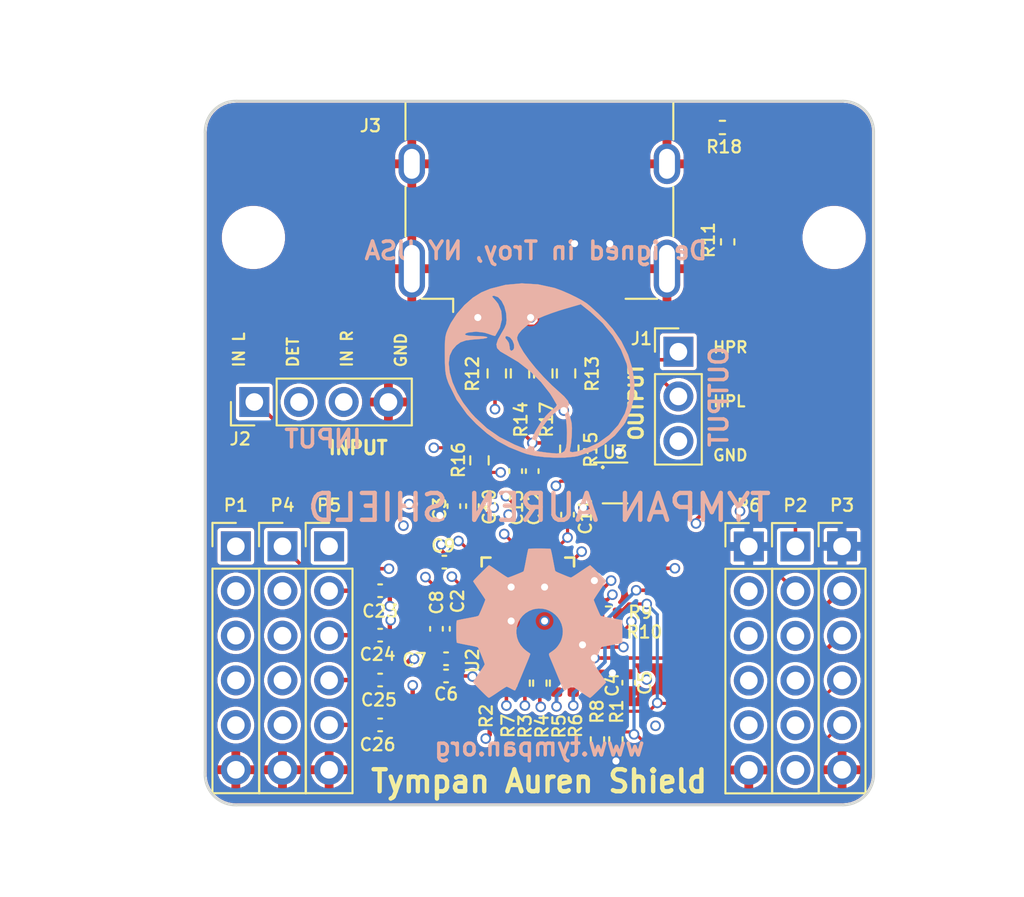
<source format=kicad_pcb>
(kicad_pcb (version 20241229) (generator "pcbnew") (generator_version "9.0")
  (title_block (title "Tympan Rev D") (date "3/19/18") (company "Solutiosn Design & Prototyping, LLC"))
  (layers (0 "F.Cu" signal) (4 "In1.Cu" power) (6 "In2.Cu" mixed) (2 "B.Cu" signal) (13 "F.Paste" user) (15 "B.Paste" user) (5 "F.SilkS" user "F.Silkscreen") (7 "B.SilkS" user "B.Silkscreen") (1 "F.Mask" user) (3 "B.Mask" user) (25 "Edge.Cuts" user))
  (net 0 "")
  (net 1 "GND")
  (net 2 "Net-(U2-FLY_P)")
  (net 3 "Net-(U2-FLY_N)")
  (net 4 "+3.3V")
  (net 5 "+1V8")
  (net 6 "Net-(U2-VNEG)")
  (net 7 "Net-(U2-REF)")
  (net 8 "/MICDET")
  (net 9 "/BCLK")
  (net 10 "/MCLK")
  (net 11 "/WCLK")
  (net 12 "Net-(P5-Pin_2)")
  (net 13 "Net-(P5-Pin_3)")
  (net 14 "Net-(P5-Pin_4)")
  (net 15 "Net-(P5-Pin_5)")
  (net 16 "Net-(U2-RESET)")
  (net 17 "Net-(U2-BCLK)")
  (net 18 "/MICBIAS")
  (net 19 "Net-(U2-WCLK)")
  (net 20 "Net-(U2-DIN{slash}MFP1)")
  (net 21 "Net-(U2-DOUT{slash}MFP2)")
  (net 22 "Net-(U2-MCLK)")
  (net 23 "Net-(U2-SDA{slash}MOSI)")
  (net 24 "/SS_2")
  (net 25 "/SCK_2")
  (net 26 "/MISO_2")
  (net 27 "/MOSI_2")
  (net 28 "Net-(U2-SCL{slash}SS)")
  (net 29 "Net-(U2-HPL)")
  (net 30 "/nRESET_1")
  (net 31 "/DIN_1")
  (net 32 "/DOUT_1")
  (net 33 "/SDA2")
  (net 34 "/SCL2")
  (net 35 "/M_BIAS_1")
  (net 36 "/IN2_L_1")
  (net 37 "/IN2_R_1")
  (net 38 "/IN1_R_1")
  (net 39 "/IN1_L_1")
  (net 40 "/LOL_1")
  (net 41 "/LOR_1")
  (net 42 "/LOR")
  (net 43 "/LOL")
  (net 44 "/IN1_L")
  (net 45 "/IN1_R")
  (net 46 "/PDM_DAT")
  (net 47 "/PDM_CLK")
  (net 48 "/PDM_CLK1")
  (net 49 "/PDM_DAT1")
  (net 50 "/IN3_L")
  (net 51 "/IN3_R")
  (net 52 "/HPL_1")
  (net 53 "/HPR_1")
  (net 54 "Net-(U2-HPR)")
  (net 55 "Net-(U3-O{slash}I)")
  (net 57 "/TP_2")
  (net 58 "/TP_1")
  (net 59 "Net-(J3-Pin_4)")
  (net 60 "Net-(J3-Pin_10)")
  (net 61 "Net-(J2-Pin_1)")
  (net 62 "Net-(J2-Pin_3)")
  (footprint "Resistor_SMD:R_0603_1608Metric" (layer "F.Cu") (at 135.3662 61.9558 90)
    (property "Reference" "R13")
    (property "Value" "0")
  )
  (footprint "Resistor_SMD:R_0603_1608Metric" (layer "F.Cu") (at 135.551 66.287 90)
    (property "Reference" "R15")
    (property "Value" "2.2K")
  )
  (footprint "Resistor_SMD:R_0603_1608Metric" (layer "F.Cu") (at 130.4456 66.8966 90)
    (property "Reference" "R16")
    (property "Value" "2.2K")
  )
  (footprint "Resistor_SMD:R_0603_1608Metric" (layer "F.Cu") (at 134.070801 61.9558 -90)
    (property "Reference" "R17")
    (property "Value" "DNP")
  )
  (footprint "Housings_DFN_QFN:UQFN-40-1EP_5x5mm_Pitch0.4mm" (layer "F.Cu") (at 133.1946 75.047 90)
    (property "Reference" "U2")
    (property "Value" "TLV320AIC3206IRSBT")
  )
  (footprint "Capacitor_SMD:C_0402_1005Metric" (layer "F.Cu") (at 129.1179 76.4694 -90)
    (property "Reference" "C2")
    (property "Value" "2.2uF")
  )
  (footprint "Capacitor_SMD:C_0402_1005Metric" (layer "F.Cu") (at 128.9909 69.4971 -90)
    (property "Reference" "C3")
    (property "Value" "0.1uF")
  )
  (footprint "Capacitor_SMD:C_0402_1005Metric" (layer "F.Cu") (at 137 79.53 90)
    (property "Reference" "C4")
    (property "Value" "10uF")
  )
  (footprint "Capacitor_SMD:C_0402_1005Metric" (layer "F.Cu") (at 138.925 79.53 90)
    (property "Reference" "C5")
    (property "Value" "0.1uF")
  )
  (footprint "Capacitor_SMD:C_0402_1005Metric" (layer "F.Cu") (at 128.5464 79.1491 180)
    (property "Reference" "C6")
    (property "Value" "10uF")
  )
  (footprint "Capacitor_SMD:C_0402_1005Metric" (layer "F.Cu") (at 128.5464 78.1712 180)
    (property "Reference" "C7")
    (property "Value" "0.1uF")
  )
  (footprint "Capacitor_SMD:C_0402_1005Metric" (layer "F.Cu") (at 128.0003 76.4694 -90)
    (property "Reference" "C8")
    (property "Value" "2.2uF")
  )
  (footprint "Capacitor_SMD:C_0402_1005Metric" (layer "F.Cu") (at 128.45 72.68 180)
    (property "Reference" "C9")
    (property "Value" "1uF")
  )
  (footprint "Capacitor_SMD:C_0402_1005Metric" (layer "F.Cu") (at 130.045 69.4971 90)
    (property "Reference" "C10")
    (property "Value" "0.1uF")
  )
  (footprint "Capacitor_SMD:C_0402_1005Metric" (layer "F.Cu") (at 135.45 69.98 -90)
    (property "Reference" "C11")
    (property "Value" "10uF")
  )
  (footprint "Capacitor_SMD:C_0402_1005Metric" (layer "F.Cu") (at 133.4428 67.5062 90)
    (property "Reference" "C12")
    (property "Value" "0.1uF")
  )
  (footprint "Capacitor_SMD:C_0402_1005Metric" (layer "F.Cu") (at 132.503 67.5062 90)
    (property "Reference" "C13")
    (property "Value" "0.1uF")
  )
  (footprint "Capacitor_SMD:C_0402_1005Metric" (layer "F.Cu") (at 124.8 76.83 180)
    (property "Reference" "C24")
    (property "Value" "2.2uF")
  )
  (footprint "Capacitor_SMD:C_0402_1005Metric" (layer "F.Cu") (at 124.8 79.38 180)
    (property "Reference" "C25")
    (property "Value" "2.2uF")
  )
  (footprint "Capacitor_SMD:C_0402_1005Metric" (layer "F.Cu") (at 124.8 81.93 180)
    (property "Reference" "C26")
    (property "Value" "2.2uF")
  )
  (footprint "Capacitor_SMD:C_0402_1005Metric" (layer "F.Cu") (at 124.8 74.305 180)
    (property "Reference" "C23")
    (property "Value" "2.2uF")
  )
  (footprint "Resistor_SMD:R_0402_1005Metric" (layer "F.Cu") (at 131.025 79.555 90)
    (property "Reference" "R2")
    (property "Value" "33R")
  )
  (footprint "Resistor_SMD:R_0402_1005Metric" (layer "F.Cu") (at 133.875 79.555 90)
    (property "Reference" "R4")
    (property "Value" "33R")
  )
  (footprint "Resistor_SMD:R_0402_1005Metric" (layer "F.Cu") (at 134.825 79.555 90)
    (property "Reference" "R5")
    (property "Value" "33R")
  )
  (footprint "Resistor_SMD:R_0402_1005Metric" (layer "F.Cu") (at 135.775 79.555 90)
    (property "Reference" "R6")
    (property "Value" "33R")
  )
  (footprint "Resistor_SMD:R_0402_1005Metric" (layer "F.Cu") (at 131.975 79.555 90)
    (property "Reference" "R7")
    (property "Value" "33R")
  )
  (footprint "Resistor_SMD:R_0402_1005Metric" (layer "F.Cu") (at 137.7793 75.58 180)
    (property "Reference" "R9")
    (property "Value" "33R")
  )
  (footprint "Resistor_SMD:R_0402_1005Metric" (layer "F.Cu") (at 137.7793 76.5329 180)
    (property "Reference" "R10")
    (property "Value" "33R")
  )
  (footprint "Resistor_SMD:R_0402_1005Metric" (layer "F.Cu") (at 132.925 79.555 90)
    (property "Reference" "R3")
    (property "Value" "33R")
  )
  (footprint "Resistor_SMD:R_0402_1005Metric" (layer "F.Cu") (at 137.15 82.78 -90)
    (property "Reference" "R1")
    (property "Value" "4K7")
  )
  (footprint "Resistor_SMD:R_0402_1005Metric" (layer "F.Cu") (at 138.2 82.78 90)
    (property "Reference" "R8")
    (property "Value" "4K7")
  )
  (footprint "Pin_Headers:Pin_Header_Straight_1x06_Pitch2.54mm" (layer "F.Cu") (at 145.75 71.79)
    (property "Reference" "P6")
    (property "Value" "CONN_01X06")
  )
  (footprint "Pin_Headers:Pin_Header_Straight_1x06_Pitch2.54mm" (layer "F.Cu") (at 148.4 71.79)
    (property "Reference" "P2")
    (property "Value" "CONN_01X06")
  )
  (footprint "Pin_Headers:Pin_Header_Straight_1x06_Pitch2.54mm" (layer "F.Cu") (at 116.6 71.78)
    (property "Reference" "P1")
    (property "Value" "CONN_01X06")
  )
  (footprint "Pin_Headers:Pin_Header_Straight_1x06_Pitch2.54mm" (layer "F.Cu") (at 119.25 71.78)
    (property "Reference" "P4")
    (property "Value" "CONN_01X06")
  )
  (footprint "Pin_Headers:Pin_Header_Straight_1x06_Pitch2.54mm" (layer "F.Cu") (at 121.9 71.78)
    (property "Reference" "P5")
    (property "Value" "CONN_01X06")
  )
  (footprint "Pin_Headers:Pin_Header_Straight_1x06_Pitch2.54mm" (layer "F.Cu") (at 151.05 71.78)
    (property "Reference" "P3")
    (property "Value" "CONN_01X06")
  )
  (footprint "Package_TO_SOT_SMD:SOT-353_SC-70-5" (layer "F.Cu") (at 138.15 68.18)
    (property "Reference" "U3")
    (property "Value" "74LVC1G66")
  )
  (footprint "Resistor_SMD:R_0603_1608Metric" (layer "F.Cu") (at 131.429199 61.9558 90)
    (property "Reference" "R12")
    (property "Value" "0")
  )
  (footprint "Resistor_SMD:R_0603_1608Metric" (layer "F.Cu") (at 132.75 61.9558 -90)
    (property "Reference" "R14")
    (property "Value" "DNP")
  )
  (footprint "MountingHole:MountingHole_3.2mm_M3" (layer "F.Cu") (at 150.6 54.23)
    (property "Reference" "J5" (hide yes))
    (property "Value" "Conn_01x01")
  )
  (footprint "MountingHole:MountingHole_3.2mm_M3" (layer "F.Cu") (at 117.6 54.23)
    (property "Reference" "J6" (hide yes))
    (property "Value" "Conn_01x01")
  )
  (footprint "Connector_PinHeader_2.54mm:PinHeader_1x03_P2.54mm_Vertical" (layer "F.Cu") (at 141.7486 60.7244)
    (property "Reference" "J1")
    (property "Value" "Headphone Out")
  )
  (footprint "Connector_PinHeader_2.54mm:PinHeader_1x04_P2.54mm_Vertical" (layer "F.Cu") (at 117.65 63.58 90)
    (property "Reference" "J2")
    (property "Value" "MIC In")
  )
  (footprint "Resistor_SMD:R_0402_1005Metric" (layer "F.Cu") (at 144.25 47.98)
    (property "Reference" "R18")
    (property "Value" "33R")
  )
  (footprint "Connector_Video:HDMI_A_Molex_208658-1001_Horizontal" (layer "F.Cu") (at 133.85 53.48 90)
    (property "Reference" "J3")
    (property "Value" "HDMI_A_Molex_208658-1001")
  )
  (footprint "Resistor_SMD:R_0402_1005Metric" (layer "F.Cu") (at 144.55 54.48 -90)
    (property "Reference" "R11")
    (property "Value" "33R")
  )
  (footprint "Graphics:oshwa-logo-gear" (layer "B.Cu") (at 133.85 76.18 180)
    (property "Reference" "G***" (hide yes))
    (property "Value" "LOGO" (hide yes))
  )
  (footprint "Graphics:Tympan_LOGO" (layer "B.Cu") (at 133.85 61.78 180)
    (property "Reference" "G***" (hide yes))
    (property "Value" "LOGO" (hide yes))
  )
  (gr_arc (start 152.85 84.73) (mid 152.337437 85.967437) (end 151.1 86.48) (stroke (width 0.15)) (layer "Edge.Cuts"))
  (gr_arc (start 151.1 46.48) (mid 152.337437 46.992563) (end 152.85 48.23) (stroke (width 0.15)) (layer "Edge.Cuts"))
  (gr_arc (start 114.85 48.255007) (mid 115.371464 46.983251) (end 116.650536 46.48) (stroke (width 0.15)) (layer "Edge.Cuts"))
  (gr_line (start 152.85 84.73) (end 152.849285 48.28) (stroke (width 0.15)) (layer "Edge.Cuts"))
  (gr_line (start 151.1 46.48) (end 116.652788 46.48) (stroke (width 0.15)) (layer "Edge.Cuts"))
  (gr_line (start 116.65 86.48) (end 151.1 86.48) (stroke (width 0.15)) (layer "Edge.Cuts"))
  (gr_line (start 114.849958 48.251821) (end 114.85 84.605) (stroke (width 0.15)) (layer "Edge.Cuts"))
  (gr_arc (start 116.650106 86.483743) (mid 115.333182 85.943794) (end 114.85 84.605) (stroke (width 0.15)) (layer "Edge.Cuts"))
  (gr_text "INPUT" (at 123.55 66.18 0) (layer "F.SilkS") (effects (font (size 0.762 0.762) (thickness 0.1778))))
  (gr_text "." (at 130.75 77.88 0) (layer "F.SilkS") (effects (font (size 0.635 0.635) (thickness 0.127))))
  (gr_text "OUTPUT" (at 139.35 63.58 90) (layer "F.SilkS") (effects (font (size 0.762 0.762) (thickness 0.1778))))
  (gr_text "." (at 137.45 66.88 0) (layer "F.SilkS") (effects (font (size 1 1) (thickness 0.127))))
  (gr_text "HPR\n\n\nHPL\n\n\nGND" (at 143.65 66.98 0) (layer "F.SilkS") (effects (font (size 0.635 0.635) (thickness 0.127) (bold yes)) (justify left bottom)))
  (gr_text "Tympan Auren Shield" (at 124.15 85.1338 0) (layer "F.SilkS") (effects (font (size 1.25 1.2) (thickness 0.25)) (justify left)))
  (gr_text "IN L\n\n\nDET\n\n\nIN R\n\n\nGND" (at 126.35 61.68 90) (layer "F.SilkS") (effects (font (size 0.635 0.635) (thickness 0.127) (bold yes)) (justify left bottom)))
  (gr_text "www.tympan.org" (at 133.85 83.18 0) (layer "B.SilkS") (effects (font (size 1 1) (thickness 0.2)) (justify mirror)))
  (gr_text "Designed in Troy, NY USA" (at 133.65 54.98 0) (layer "B.SilkS") (effects (font (size 1 1) (thickness 0.2)) (justify mirror)))
  (gr_text "TYMPAN AUREN SHIELD" (at 133.85 69.58 0) (layer "B.SilkS") (effects (font (size 1.524 1.524) (thickness 0.25)) (justify mirror)))
  (gr_text "INPUT" (at 121.55 65.68 0) (layer "B.SilkS") (effects (font (size 1 1) (thickness 0.2)) (justify mirror)))
  (gr_text "OUTPUT" (at 144.05 63.28 90) (layer "B.SilkS") (effects (font (size 1 1) (thickness 0.2)) (justify mirror)))
  (segment (start 134.8946 74.847) (end 134.1446 74.097) (width 0.1778) (layer "F.Cu") (net 1))
  (segment (start 135.4718 70.5004) (end 135.4552 70.517) (width 0.1778) (layer "F.Cu") (net 1))
  (segment (start 128.0003 78.1673) (end 127.9964 78.1712) (width 0.1778) (layer "F.Cu") (net 1))
  (segment (start 132.1946 74.047) (end 132.2446 74.097) (width 0.1778) (layer "F.Cu") (net 1))
  (segment (start 132.1946 71.4246) (end 131.85 71.08) (width 0.1778) (layer "F.Cu") (net 1))
  (segment (start 134.9946 72.547) (end 134.9946 71.735392) (width 0.1778) (layer "F.Cu") (net 1))
  (segment (start 133.35 58.78) (end 133.35 56.765) (width 0.2032) (layer "F.Cu") (net 1))
  (segment (start 131.944601 75.723911) (end 132.2446 76.02391) (width 0.1778) (layer "F.Cu") (net 1))
  (segment (start 131.7946 76.47391) (end 131.944601 76.323909) (width 0.1778) (layer "F.Cu") (net 1))
  (segment (start 132.2446 74.097) (end 132.2446 76.02391) (width 0.1778) (layer "F.Cu") (net 1))
  (segment (start 131.3946 76.87391) (end 131.944601 76.323909) (width 0.1778) (layer "F.Cu") (net 1))
  (segment (start 132.1946 71.4246) (end 132.1946 72.547) (width 0.1778) (layer "F.Cu") (net 1))
  (segment (start 135.150001 71.579991) (end 135.45 71.279992) (width 0.1778) (layer "F.Cu") (net 1))
  (segment (start 130.6946 75.647) (end 131.86769 75.647) (width 0.1778) (layer "F.Cu") (net 1))
  (segment (start 134.444599 76.323909) (end 134.1446 76.02391) (width 0.1778) (layer "F.Cu") (net 1))
  (segment (start 130.35 58.78) (end 130.35 56.765) (width 0.2032) (layer "F.Cu") (net 1))
  (segment (start 134.1446 74.097) (end 134.1446 76.02391) (width 0.1778) (layer "F.Cu") (net 1))
  (segment (start 130.045 68.9471) (end 128.9909 68.9471) (width 0.1778) (layer "F.Cu") (net 1))
  (segment (start 131.86769 75.647) (end 131.944601 75.723911) (width 0.1778) (layer "F.Cu") (net 1))
  (segment (start 134.96769 76.847) (end 134.444599 76.323909) (width 0.1778) (layer "F.Cu") (net 1))
  (segment (start 131.7946 77.547) (end 131.7946 76.47391) (width 0.1778) (layer "F.Cu") (net 1))
  (segment (start 131.3946 77.547) (end 131.7946 77.547) (width 0.1778) (layer "F.Cu") (net 1))
  (segment (start 135.6946 76.847) (end 134.96769 76.847) (width 0.1778) (layer "F.Cu") (net 1))
  (segment (start 135.45 71.279992) (end 135.45 70.53) (width 0.1778) (layer "F.Cu") (net 1))
  (segment (start 135.6946 74.847) (end 134.8946 74.847) (width 0.1778) (layer "F.Cu") (net 1))
  (segment (start 128.0003 77.0194) (end 128.0003 78.1673) (width 0.1778) (layer "F.Cu") (net 1))
  (segment (start 131.944601 76.323909) (end 132.2446 76.02391) (width 0.1778) (layer "F.Cu") (net 1))
  (segment (start 134.9946 71.735392) (end 135.150001 71.579991) (width 0.1778) (layer "F.Cu") (net 1))
  (segment (start 131.3946 77.547) (end 131.3946 76.87391) (width 0.1778) (layer "F.Cu") (net 1))
  (segment (start 127.9964 79.1491) (end 127.9964 78.1712) (width 0.1778) (layer "F.Cu") (net 1))
  (via (at 131.85 71.08) (size 0.6) (drill 0.4) (layers "F.Cu" "B.Cu") (net 1))
  (via (at 130.35 58.78) (size 0.6) (drill 0.4) (layers "F.Cu" "B.Cu") (net 1))
  (via (at 134.1446 74.097) (size 0.6) (drill 0.4) (layers "F.Cu" "B.Cu") (net 1))
  (via (at 132.2446 74.097) (size 0.6) (drill 0.4) (layers "F.Cu" "B.Cu") (net 1))
  (via (at 133.35 58.78) (size 0.6) (drill 0.4) (layers "F.Cu" "B.Cu") (net 1))
  (via (at 132.2446 76.02391) (size 0.6) (drill 0.4) (layers "F.Cu" "B.Cu") (net 1))
  (via (at 135.45 71.279992) (size 0.6) (drill 0.4) (layers "F.Cu" "B.Cu") (net 1))
  (via (at 134.1446 76.02391) (size 0.6) (drill 0.4) (layers "F.Cu" "B.Cu") (net 1))
  (segment (start 132.2446 74.097) (end 132.2421 74.0945) (width 0.1778) (layer "B.Cu") (net 1))
  (segment (start 134.1446 74.097) (end 134.1471 74.0945) (width 0.1778) (layer "B.Cu") (net 1))
  (segment (start 132.2421 75.9995) (end 132.2446 76.002) (width 0.1778) (layer "B.Cu") (net 1))
  (segment (start 134.1471 75.9995) (end 134.1446 76.002) (width 0.1778) (layer "B.Cu") (net 1))
  (segment (start 132.2446 76.002) (end 132.2446 76.02391) (width 0.1778) (layer "B.Cu") (net 1))
  (segment (start 134.1446 76.002) (end 134.1446 76.02391) (width 0.1778) (layer "B.Cu") (net 1))
  (segment (start 130.1753 76.047) (end 129.8164 76.4059) (width 0.1778) (layer "F.Cu") (net 2))
  (segment (start 129.8164 76.4059) (end 129.8164 76.7488) (width 0.1778) (layer "F.Cu") (net 2))
  (segment (start 129.8164 76.7488) (end 129.5458 77.0194) (width 0.1778) (layer "F.Cu") (net 2))
  (segment (start 129.5458 77.0194) (end 129.1179 77.0194) (width 0.1778) (layer "F.Cu") (net 2))
  (segment (start 130.6946 76.047) (end 130.1753 76.047) (width 0.1778) (layer "F.Cu") (net 2))
  (segment (start 129.168 75.8693) (end 129.1179 75.9194) (width 0.1778) (layer "F.Cu") (net 3))
  (segment (start 130.1879 75.247) (end 129.5155 75.9194) (width 0.1778) (layer "F.Cu") (net 3))
  (segment (start 129.5155 75.9194) (end 129.1179 75.9194) (width 0.1778) (layer "F.Cu") (net 3))
  (segment (start 130.6946 75.247) (end 130.1879 75.247) (width 0.1778) (layer "F.Cu") (net 3))
  (segment (start 128.9909 70.1433) (end 128.9909 70.0471) (width 0.1778) (layer "F.Cu") (net 4))
  (segment (start 135.417 77.547) (end 134.9946 77.547) (width 0.2032) (layer "F.Cu") (net 4))
  (segment (start 128.9909 70.0471) (end 128.211003 70.0471) (width 0.25) (layer "F.Cu") (net 4))
  (segment (start 138.35 66.38) (end 138.45 66.38) (width 0.1778) (layer "F.Cu") (net 4))
  (segment (start 135.85 56.765) (end 135.85 54.58) (width 0.25) (layer "F.Cu") (net 4))
  (segment (start 134.9946 77.547) (end 134.9946 77.8083) (width 0.1778) (layer "F.Cu") (net 4))
  (segment (start 138.45 66.38) (end 139.1 67.03) (width 0.1778) (layer "F.Cu") (net 4))
  (segment (start 131.3946 72.547) (end 128.9909 70.1433) (width 0.1778) (layer "F.Cu") (net 4))
  (segment (start 139.1 67.03) (end 139.1 67.53) (width 0.1778) (layer "F.Cu") (net 4))
  (segment (start 128.211003 70.0471) (end 128.193903 70.03) (width 0.25) (layer "F.Cu") (net 4))
  (segment (start 136.85 78.98) (end 135.417 77.547) (width 0.2032) (layer "F.Cu") (net 4))
  (segment (start 138.2 83.23) (end 138.2 83.980002) (width 0.2032) (layer "F.Cu") (net 4))
  (segment (start 138.925 78.98) (end 138 78.98) (width 0.381) (layer "F.Cu") (net 4))
  (segment (start 128.9909 70.0471) (end 128.9743 70.0305) (width 0.381) (layer "F.Cu") (net 4))
  (segment (start 137 78.98) (end 136.85 78.98) (width 0.2032) (layer "F.Cu") (net 4))
  (segment (start 137.15 83.23) (end 138.2 83.23) (width 0.2032) (layer "F.Cu") (net 4))
  (segment (start 137 78.98) (end 138 78.98) (width 0.381) (layer "F.Cu") (net 4))
  (segment (start 134.9946 77.547) (end 134.9946 77.694) (width 0.1778) (layer "F.Cu") (net 4))
  (segment (start 137.85 56.765) (end 137.85 54.58) (width 0.25) (layer "F.Cu") (net 4))
  (via (at 137.85 54.58) (size 0.6) (drill 0.4) (layers "F.Cu" "B.Cu") (net 4))
  (via (at 138 78.98) (size 0.6) (drill 0.4) (layers "F.Cu" "B.Cu") (net 4))
  (via (at 128.193903 70.03) (size 0.6) (drill 0.4) (layers "F.Cu" "B.Cu") (net 4))
  (via (at 135.85 54.58) (size 0.6) (drill 0.4) (layers "F.Cu" "B.Cu") (net 4))
  (via (at 138.2 83.980002) (size 0.6) (drill 0.4) (layers "F.Cu" "B.Cu") (net 4))
  (via (at 138.35 66.38) (size 0.6) (drill 0.4) (layers "F.Cu" "B.Cu") (net 4))
  (segment (start 131.7946 72.0595) (end 130.045 70.3099) (width 0.1778) (layer "F.Cu") (net 5))
  (segment (start 130.045 70.3099) (end 130.045 70.0471) (width 0.1778) (layer "F.Cu") (net 5))
  (segment (start 130.4167 76.847) (end 129.8164 77.4473) (width 0.1778) (layer "F.Cu") (net 5))
  (segment (start 129.8164 77.4473) (end 129.8164 77.8283) (width 0.1778) (layer "F.Cu") (net 5))
  (segment (start 129.8164 77.8283) (end 129.4735 78.1712) (width 0.1778) (layer "F.Cu") (net 5))
  (segment (start 129.4735 78.1712) (end 129.0964 78.1712) (width 0.1778) (layer "F.Cu") (net 5))
  (segment (start 129.967 73.647) (end 129 72.68) (width 0.1778) (layer "F.Cu") (net 5))
  (segment (start 129 72.68) (end 128.95 72.68) (width 0.2032) (layer "F.Cu") (net 5))
  (segment (start 130.6946 73.647) (end 129.967 73.647) (width 0.1778) (layer "F.Cu") (net 5))
  (segment (start 130.019142 79.1491) (end 130.050042 79.18) (width 0.2032) (layer "F.Cu") (net 5))
  (segment (start 128.275 72.005) (end 128.275 71.679994) (width 0.2032) (layer "F.Cu") (net 5))
  (segment (start 130.6946 76.847) (end 130.4167 76.847) (width 0.1778) (layer "F.Cu") (net 5))
  (segment (start 129.0964 79.1491) (end 129.0964 78.1712) (width 0.2032) (layer "F.Cu") (net 5))
  (segment (start 130.6946 76.447) (end 130.6946 76.847) (width 0.1778) (layer "F.Cu") (net 5))
  (segment (start 129.0964 79.1491) (end 129.0417 79.2038) (width 0.381) (layer "F.Cu") (net 5))
  (segment (start 128.95 72.68) (end 128.275 72.005) (width 0.2032) (layer "F.Cu") (net 5))
  (segment (start 131.7946 72.547) (end 131.7946 72.0595) (width 0.1778) (layer "F.Cu") (net 5))
  (segment (start 130.7829 70.0471) (end 130.045 70.0471) (width 0.2032) (layer "F.Cu") (net 5))
  (segment (start 129.0964 79.1491) (end 130.019142 79.1491) (width 0.2032) (layer "F.Cu") (net 5))
  (segment (start 129 72.68) (end 129.0596 72.6204) (width 0.2032) (layer "F.Cu") (net 5))
  (segment (start 131.25 69.58) (end 130.7829 70.0471) (width 0.2032) (layer "F.Cu") (net 5))
  (via (at 128.275 71.679994) (size 0.6) (drill 0.4) (layers "F.Cu" "B.Cu") (net 5))
  (via (at 130.050042 79.18) (size 0.6) (drill 0.4) (layers "F.Cu" "B.Cu") (net 5))
  (via (at 131.25 69.58) (size 0.6) (drill 0.4) (layers "F.Cu" "B.Cu") (net 5))
  (segment (start 130.053608 74.847) (end 129.625008 75.2756) (width 0.1778) (layer "F.Cu") (net 6))
  (segment (start 129.625008 75.2756) (end 128.2289 75.2756) (width 0.1778) (layer "F.Cu") (net 6))
  (segment (start 128.2289 75.2756) (end 128.0003 75.5042) (width 0.1778) (layer "F.Cu") (net 6))
  (segment (start 128.0003 75.5042) (end 128.0003 75.9194) (width 0.1778) (layer "F.Cu") (net 6))
  (segment (start 130.6946 74.847) (end 130.053608 74.847) (width 0.1778) (layer "F.Cu") (net 6))
  (segment (start 134.5946 69.8354) (end 135 69.43) (width 0.2032) (layer "F.Cu") (net 7))
  (segment (start 135 69.43) (end 135.45 69.43) (width 0.2032) (layer "F.Cu") (net 7))
  (segment (start 134.5946 72.547) (end 134.5946 69.8354) (width 0.2032) (layer "F.Cu") (net 7))
  (segment (start 127.675 73.829999) (end 127.375001 73.53) (width 0.1778) (layer "F.Cu") (net 8))
  (segment (start 128.292001 74.447) (end 127.675 73.829999) (width 0.1778) (layer "F.Cu") (net 8))
  (segment (start 130.6946 74.447) (end 128.292001 74.447) (width 0.1778) (layer "F.Cu") (net 8))
  (via (at 127.375001 73.53) (size 0.6) (drill 0.4) (layers "F.Cu" "B.Cu") (net 8))
  (segment (start 133.025 80.105) (end 132.925 80.005) (width 0.2032) (layer "F.Cu") (net 9))
  (segment (start 133.025 80.83) (end 133.025 80.105) (width 0.2032) (layer "F.Cu") (net 9))
  (via (at 133.025 80.83) (size 0.6) (drill 0.4) (layers "F.Cu" "B.Cu") (net 9))
  (segment (start 131.975 80.83) (end 131.975 80.0318) (width 0.2032) (layer "F.Cu") (net 10))
  (via (at 131.975 80.83) (size 0.6) (drill 0.4) (layers "F.Cu" "B.Cu") (net 10))
  (segment (start 133.875 80.855) (end 133.875 80.005) (width 0.2032) (layer "F.Cu") (net 11))
  (segment (start 133.925 80.905) (end 133.875 80.855) (width 0.2032) (layer "F.Cu") (net 11))
  (via (at 133.925 80.905) (size 0.6) (drill 0.4) (layers "F.Cu" "B.Cu") (net 11))
  (segment (start 121.915 74.305) (end 121.9 74.32) (width 0.25) (layer "F.Cu") (net 12))
  (segment (start 124.25 74.305) (end 121.915 74.305) (width 0.25) (layer "F.Cu") (net 12))
  (segment (start 121.93 76.83) (end 121.9 76.86) (width 0.25) (layer "F.Cu") (net 13))
  (segment (start 124.25 76.83) (end 121.93 76.83) (width 0.25) (layer "F.Cu") (net 13))
  (segment (start 121.92 79.38) (end 121.9 79.4) (width 0.25) (layer "F.Cu") (net 14))
  (segment (start 124.25 79.38) (end 121.92 79.38) (width 0.25) (layer "F.Cu") (net 14))
  (segment (start 124.25 81.93) (end 121.91 81.93) (width 0.25) (layer "F.Cu") (net 15))
  (segment (start 121.91 81.93) (end 121.9 81.94) (width 0.25) (layer "F.Cu") (net 15))
  (segment (start 132.1946 78.0104) (end 131.775 78.43) (width 0.1778) (layer "F.Cu") (net 16))
  (segment (start 131.3 78.43) (end 131.025 78.705) (width 0.1778) (layer "F.Cu") (net 16))
  (segment (start 132.1946 77.547) (end 132.1946 78.0104) (width 0.1778) (layer "F.Cu") (net 16))
  (segment (start 131.775 78.43) (end 131.3 78.43) (width 0.1778) (layer "F.Cu") (net 16))
  (segment (start 131.025 78.705) (end 131.025 79.105) (width 0.1778) (layer "F.Cu") (net 16))
  (segment (start 133.3946 78.2354) (end 132.925 78.705) (width 0.1778) (layer "F.Cu") (net 17))
  (segment (start 133.3946 77.547) (end 133.3946 78.2354) (width 0.1778) (layer "F.Cu") (net 17))
  (segment (start 132.925 78.705) (end 132.925 79.105) (width 0.1778) (layer "F.Cu") (net 17))
  (segment (start 135.0042 67.037) (end 134.1946 67.8466) (width 0.1778) (layer "F.Cu") (net 18))
  (segment (start 136.707 67.037) (end 135.0042 67.037) (width 0.1778) (layer "F.Cu") (net 18))
  (segment (start 134.1946 67.8466) (end 134.1946 72.547) (width 0.1778) (layer "F.Cu") (net 18))
  (segment (start 137.2 67.53) (end 136.707 67.037) (width 0.1778) (layer "F.Cu") (net 18))
  (segment (start 133.7946 79.0246) (end 133.875 79.105) (width 0.1778) (layer "F.Cu") (net 19))
  (segment (start 133.7946 77.547) (end 133.7946 79.0246) (width 0.1778) (layer "F.Cu") (net 19))
  (segment (start 134.1946 78.3246) (end 134.825 78.955) (width 0.1778) (layer "F.Cu") (net 20))
  (segment (start 134.825 78.955) (end 134.825 79.105) (width 0.1778) (layer "F.Cu") (net 20))
  (segment (start 134.1946 77.547) (end 134.1946 78.3246) (width 0.1778) (layer "F.Cu") (net 20))
  (segment (start 135.4 78.38) (end 135.775 78.755) (width 0.1778) (layer "F.Cu") (net 21))
  (segment (start 134.5946 78.1234) (end 134.8512 78.38) (width 0.1778) (layer "F.Cu") (net 21))
  (segment (start 134.5946 77.547) (end 134.5946 78.1234) (width 0.1778) (layer "F.Cu") (net 21))
  (segment (start 135.775 78.755) (end 135.775 79.105) (width 0.1778) (layer "F.Cu") (net 21))
  (segment (start 134.8512 78.38) (end 135.4 78.38) (width 0.1778) (layer "F.Cu") (net 21))
  (segment (start 132.3 78.505) (end 131.975 78.83) (width 0.1778) (layer "F.Cu") (net 22))
  (segment (start 132.525 78.505) (end 132.3 78.505) (width 0.1778) (layer "F.Cu") (net 22))
  (segment (start 132.9946 77.547) (end 132.9946 78.0354) (width 0.1778) (layer "F.Cu") (net 22))
  (segment (start 131.975 78.83) (end 131.975 79.105) (width 0.1778) (layer "F.Cu") (net 22))
  (segment (start 132.9946 78.0354) (end 132.525 78.505) (width 0.1778) (layer "F.Cu") (net 22))
  (segment (start 137.3293 75.58) (end 137.43 75.58) (width 0.1778) (layer "F.Cu") (net 23))
  (segment (start 137.2623 75.647) (end 137.3293 75.58) (width 0.1778) (layer "F.Cu") (net 23))
  (segment (start 135.6946 75.647) (end 137.2623 75.647) (width 0.1778) (layer "F.Cu") (net 23))
  (segment (start 135.6946 76.047) (end 136.633 76.047) (width 0.1778) (layer "F.Cu") (net 28))
  (segment (start 137.1189 76.5329) (end 137.3293 76.5329) (width 0.1778) (layer "F.Cu") (net 28))
  (segment (start 136.633 76.047) (end 137.1189 76.5329) (width 0.1778) (layer "F.Cu") (net 28))
  (segment (start 129.25 71.48) (end 129.3 71.48) (width 0.1778) (layer "F.Cu") (net 29))
  (segment (start 131.3276 63.9878) (end 131.3276 62.8074) (width 0.2032) (layer "F.Cu") (net 29))
  (segment (start 129.3 71.48) (end 130.6946 72.8746) (width 0.1778) (layer "F.Cu") (net 29))
  (segment (start 130.6946 72.8746) (end 130.6946 73.247) (width 0.1778) (layer "F.Cu") (net 29))
  (segment (start 131.3276 62.8074) (end 131.4292 62.7058) (width 0.2032) (layer "F.Cu") (net 29))
  (segment (start 131.3854 62.662) (end 131.4292 62.7058) (width 0.2032) (layer "F.Cu") (net 29))
  (via (at 131.3276 63.9878) (size 0.6) (drill 0.4) (layers "F.Cu" "B.Cu") (net 29))
  (via (at 129.25 71.48) (size 0.6) (drill 0.4) (layers "F.Cu" "B.Cu") (net 29))
  (segment (start 131.025 82.48) (end 130.8 82.705) (width 0.25) (layer "F.Cu") (net 30))
  (segment (start 131.025 80.005) (end 131.025 82.48) (width 0.25) (layer "F.Cu") (net 30))
  (via (at 130.8 82.705) (size 0.6) (drill 0.4) (layers "F.Cu" "B.Cu") (net 30))
  (segment (start 149.68 78.13) (end 137.399264 78.13) (width 0.2032) (layer "F.Cu") (net 31))
  (segment (start 137.399264 78.13) (end 136.975 78.13) (width 0.2032) (layer "F.Cu") (net 31))
  (segment (start 150.200001 77.609999) (end 149.68 78.13) (width 0.2032) (layer "F.Cu") (net 31))
  (segment (start 134.825 80.005) (end 134.825 80.88) (width 0.2032) (layer "F.Cu") (net 31))
  (segment (start 150.200001 77.609999) (end 151.05 76.76) (width 0.25) (layer "F.Cu") (net 31))
  (via (at 134.825 80.88) (size 0.6) (drill 0.4) (layers "F.Cu" "B.Cu") (net 31))
  (via (at 136.975 78.13) (size 0.6) (drill 0.4) (layers "F.Cu" "B.Cu") (net 31))
  (segment (start 136.675001 78.429999) (end 136.975 78.13) (width 0.2032) (layer "B.Cu") (net 31))
  (segment (start 134.825 80.28) (end 136.675001 78.429999) (width 0.2032) (layer "B.Cu") (net 31))
  (segment (start 134.825 80.88) (end 134.825 80.28) (width 0.2032) (layer "B.Cu") (net 31))
  (segment (start 150.200001 75.069999) (end 151.05 74.22) (width 0.25) (layer "F.Cu") (net 32))
  (segment (start 149.69 75.58) (end 141.95 75.58) (width 0.2032) (layer "F.Cu") (net 32))
  (segment (start 141.95 75.58) (end 140.65 74.28) (width 0.2032) (layer "F.Cu") (net 32))
  (segment (start 150.200001 75.069999) (end 149.69 75.58) (width 0.2032) (layer "F.Cu") (net 32))
  (segment (start 135.775 80.005) (end 135.775 80.83) (width 0.2032) (layer "F.Cu") (net 32))
  (segment (start 139.774264 74.28) (end 139.35 74.28) (width 0.2032) (layer "F.Cu") (net 32))
  (segment (start 140.65 74.28) (end 139.774264 74.28) (width 0.2032) (layer "F.Cu") (net 32))
  (via (at 135.775 80.83) (size 0.6) (drill 0.4) (layers "F.Cu" "B.Cu") (net 32))
  (via (at 139.35 74.28) (size 0.6) (drill 0.4) (layers "F.Cu" "B.Cu") (net 32))
  (segment (start 135.775 80.83) (end 135.775 80.155) (width 0.2032) (layer "B.Cu") (net 32))
  (segment (start 139.050001 74.579999) (end 139.35 74.28) (width 0.2032) (layer "B.Cu") (net 32))
  (segment (start 137.575 78.355) (end 137.575 76.055) (width 0.2032) (layer "B.Cu") (net 32))
  (segment (start 137.575 76.055) (end 139.050001 74.579999) (width 0.2032) (layer "B.Cu") (net 32))
  (segment (start 135.775 80.155) (end 137.575 78.355) (width 0.2032) (layer "B.Cu") (net 32))
  (segment (start 139.949998 75.055) (end 139.95 75.055002) (width 0.1778) (layer "F.Cu") (net 33))
  (segment (start 140.549999 80.68) (end 140.074999 81.155) (width 0.1778) (layer "F.Cu") (net 33))
  (segment (start 140.625 80.68) (end 140.65 80.705) (width 0.1778) (layer "F.Cu") (net 33))
  (segment (start 138.425 81.155) (end 137.8499 81.7301) (width 0.1778) (layer "F.Cu") (net 33))
  (segment (start 137.8499 81.7301) (end 137.843542 81.7301) (width 0.1778) (layer "F.Cu") (net 33))
  (segment (start 137.25 82.33) (end 137.15 82.33) (width 0.1778) (layer "F.Cu") (net 33))
  (segment (start 138.925 75.055) (end 139.949998 75.055) (width 0.1778) (layer "F.Cu") (net 33))
  (segment (start 138.325 75.655) (end 138.925 75.055) (width 0.1778) (layer "F.Cu") (net 33))
  (segment (start 138.2293 75.58) (end 138.3043 75.655) (width 0.1778) (layer "F.Cu") (net 33))
  (segment (start 137.843542 81.7301) (end 137.6101 81.963542) (width 0.1778) (layer "F.Cu") (net 33))
  (segment (start 137.6101 81.9699) (end 137.25 82.33) (width 0.1778) (layer "F.Cu") (net 33))
  (segment (start 140.65 80.705) (end 149.645 80.705) (width 0.1778) (layer "F.Cu") (net 33))
  (segment (start 137.6101 81.963542) (end 137.6101 81.9699) (width 0.1778) (layer "F.Cu") (net 33))
  (segment (start 140.549999 80.68) (end 140.625 80.68) (width 0.1778) (layer "F.Cu") (net 33))
  (segment (start 138.3043 75.655) (end 138.325 75.655) (width 0.1778) (layer "F.Cu") (net 33))
  (segment (start 140.074999 81.155) (end 138.425 81.155) (width 0.1778) (layer "F.Cu") (net 33))
  (segment (start 149.645 80.705) (end 151.05 79.3) (width 0.1778) (layer "F.Cu") (net 33))
  (via (at 139.95 75.055002) (size 0.6) (drill 0.4) (layers "F.Cu" "B.Cu") (net 33))
  (via (at 140.549999 80.68) (size 0.6) (drill 0.4) (layers "F.Cu" "B.Cu") (net 33))
  (segment (start 140.549999 75.655001) (end 139.95 75.055002) (width 0.1778) (layer "B.Cu") (net 33))
  (segment (start 140.549999 80.68) (end 140.549999 75.655001) (width 0.1778) (layer "B.Cu") (net 33))
  (segment (start 139.324986 82.33) (end 139.226979 82.428007) (width 0.1778) (layer "F.Cu") (net 34))
  (segment (start 140.066705 83.18) (end 139.351245 82.46454) (width 0.1778) (layer "F.Cu") (net 34))
  (segment (start 139.351245 82.46454) (end 139.226979 82.46454) (width 0.1778) (layer "F.Cu") (net 34))
  (segment (start 138.2293 76.5329) (end 138.6793 76.5329) (width 0.1778) (layer "F.Cu") (net 34))
  (segment (start 139.226979 82.428007) (end 139.226979 82.46454) (width 0.1778) (layer "F.Cu") (net 34))
  (segment (start 138.2 82.33) (end 139.324986 82.33) (width 0.1778) (layer "F.Cu") (net 34))
  (segment (start 149.71 83.18) (end 140.066705 83.18) (width 0.1778) (layer "F.Cu") (net 34))
  (segment (start 151.05 81.84) (end 149.71 83.18) (width 0.1778) (layer "F.Cu") (net 34))
  (segment (start 138.6793 76.5329) (end 139.075 76.1372) (width 0.1778) (layer "F.Cu") (net 34))
  (segment (start 139.075 76.1372) (end 139.075 76.055) (width 0.1778) (layer "F.Cu") (net 34))
  (via (at 139.075 76.055) (size 0.6) (drill 0.4) (layers "F.Cu" "B.Cu") (net 34))
  (via (at 139.226979 82.46454) (size 0.6) (drill 0.4) (layers "F.Cu" "B.Cu") (net 34))
  (segment (start 139.226979 76.206979) (end 139.075 76.055) (width 0.1778) (layer "B.Cu") (net 34))
  (segment (start 139.226979 82.46454) (end 139.226979 76.206979) (width 0.1778) (layer "B.Cu") (net 34))
  (segment (start 136.35 69.58) (end 138.35 69.58) (width 0.2032) (layer "F.Cu") (net 35))
  (segment (start 120.525 73.055) (end 119.25 71.78) (width 0.2032) (layer "F.Cu") (net 35))
  (segment (start 138.35 69.58) (end 139.1 68.83) (width 0.2032) (layer "F.Cu") (net 35))
  (segment (start 125.3 73.055) (end 120.525 73.055) (width 0.2032) (layer "F.Cu") (net 35))
  (via (at 136.35 69.58) (size 0.6) (drill 0.4) (layers "F.Cu" "B.Cu") (net 35))
  (via (at 125.3 73.055) (size 0.6) (drill 0.4) (layers "F.Cu" "B.Cu") (net 35))
  (segment (start 136.839228 73.03) (end 141.125736 73.03) (width 0.2032) (layer "F.Cu") (net 36))
  (segment (start 141.125736 73.03) (end 141.55 73.03) (width 0.2032) (layer "F.Cu") (net 36))
  (segment (start 135.6946 73.647) (end 136.222228 73.647) (width 0.2032) (layer "F.Cu") (net 36))
  (segment (start 136.222228 73.647) (end 136.839228 73.03) (width 0.2032) (layer "F.Cu") (net 36))
  (via (at 141.55 73.03) (size 0.6) (drill 0.4) (layers "F.Cu" "B.Cu") (net 36))
  (segment (start 135.6946 72.6354) (end 135.950001 72.379999) (width 0.2032) (layer "F.Cu") (net 37))
  (segment (start 135.6946 73.247) (end 135.6946 72.6354) (width 0.2032) (layer "F.Cu") (net 37))
  (segment (start 135.950001 72.379999) (end 136.25 72.08) (width 0.2032) (layer "F.Cu") (net 37))
  (via (at 136.25 72.08) (size 0.6) (drill 0.4) (layers "F.Cu" "B.Cu") (net 37))
  (via (at 136.3 77.38) (size 0.6) (drill 0.4) (layers "F.Cu" "B.Cu") (net 37))
  (segment (start 136.675001 74.029999) (end 136.975 73.73) (width 0.1778) (layer "F.Cu") (net 38))
  (segment (start 125.35 74.305) (end 125.35 75.18) (width 0.25) (layer "F.Cu") (net 38))
  (segment (start 136.658 74.047) (end 136.675001 74.029999) (width 0.1778) (layer "F.Cu") (net 38))
  (segment (start 135.6946 74.047) (end 136.658 74.047) (width 0.1778) (layer "F.Cu") (net 38))
  (via (at 136.975 73.73) (size 0.6) (drill 0.4) (layers "F.Cu" "B.Cu") (net 38))
  (via (at 125.35 75.18) (size 0.6) (drill 0.4) (layers "F.Cu" "B.Cu") (net 38))
  (segment (start 137.625001 74.030001) (end 137.925 73.730002) (width 0.2032) (layer "F.Cu") (net 39))
  (segment (start 137.208213 74.446789) (end 137.625001 74.030001) (width 0.2032) (layer "F.Cu") (net 39))
  (segment (start 135.6946 74.447) (end 136.2728 74.447) (width 0.2032) (layer "F.Cu") (net 39))
  (segment (start 136.273011 74.446789) (end 137.208213 74.446789) (width 0.2032) (layer "F.Cu") (net 39))
  (segment (start 136.2728 74.447) (end 136.273011 74.446789) (width 0.2032) (layer "F.Cu") (net 39))
  (segment (start 125.35 76.03) (end 125.4 75.98) (width 0.25) (layer "F.Cu") (net 39))
  (segment (start 125.35 76.83) (end 125.35 76.03) (width 0.25) (layer "F.Cu") (net 39))
  (via (at 125.4 75.98) (size 0.6) (drill 0.4) (layers "F.Cu" "B.Cu") (net 39))
  (via (at 137.925 73.730002) (size 0.6) (drill 0.4) (layers "F.Cu" "B.Cu") (net 39))
  (segment (start 132.9946 69.9746) (end 131.95 68.93) (width 0.1778) (layer "F.Cu") (net 40))
  (segment (start 126.55 78.18) (end 125.35 79.38) (width 0.25) (layer "F.Cu") (net 40))
  (segment (start 132.9946 72.547) (end 132.9946 69.9746) (width 0.1778) (layer "F.Cu") (net 40))
  (segment (start 126.725 78.18) (end 126.55 78.18) (width 0.25) (layer "F.Cu") (net 40))
  (via (at 126.45 69.38) (size 0.6) (drill 0.4) (layers "F.Cu" "B.Cu") (net 40))
  (via (at 131.95 68.93) (size 0.6) (drill 0.4) (layers "F.Cu" "B.Cu") (net 40))
  (via (at 126.725 78.18) (size 0.6) (drill 0.4) (layers "F.Cu" "B.Cu") (net 40))
  (segment (start 132.5946 70.4746) (end 132.1 69.98) (width 0.1778) (layer "F.Cu") (net 41))
  (segment (start 126.65 79.68) (end 126.65 81.38) (width 0.25) (layer "F.Cu") (net 41))
  (segment (start 132.5946 72.547) (end 132.5946 70.4746) (width 0.1778) (layer "F.Cu") (net 41))
  (segment (start 126.65 81.38) (end 126.1 81.93) (width 0.25) (layer "F.Cu") (net 41))
  (segment (start 126.1 81.93) (end 125.35 81.93) (width 0.25) (layer "F.Cu") (net 41))
  (via (at 126.125 70.605) (size 0.6) (drill 0.4) (layers "F.Cu" "B.Cu") (net 41))
  (via (at 126.65 79.68) (size 0.6) (drill 0.4) (layers "F.Cu" "B.Cu") (net 41))
  (via (at 132.1 69.98) (size 0.6) (drill 0.4) (layers "F.Cu" "B.Cu") (net 41))
  (segment (start 148.34 74.255) (end 148.35 74.245) (width 0.2032) (layer "F.Cu") (net 46))
  (segment (start 147.05 72.98) (end 147.05 57.68) (width 0.2032) (layer "F.Cu") (net 46))
  (segment (start 144.15 51.78) (end 133.55 51.78) (width 0.2032) (layer "F.Cu") (net 46))
  (segment (start 131.85 53.48) (end 131.85 56.765) (width 0.2032) (layer "F.Cu") (net 46))
  (segment (start 148.35 74.28) (end 147.05 72.98) (width 0.2032) (layer "F.Cu") (net 46))
  (segment (start 133.55 51.78) (end 131.85 53.48) (width 0.2032) (layer "F.Cu") (net 46))
  (segment (start 147.05 57.68) (end 145.75 56.38) (width 0.2032) (layer "F.Cu") (net 46))
  (segment (start 145.75 53.38) (end 144.15 51.78) (width 0.2032) (layer "F.Cu") (net 46))
  (segment (start 145.75 56.38) (end 145.75 53.38) (width 0.2032) (layer "F.Cu") (net 46))
  (segment (start 148.4 71.68) (end 148.4 57.03) (width 0.2032) (layer "F.Cu") (net 47))
  (segment (start 148.4 57.03) (end 146.984999 55.614999) (width 0.2032) (layer "F.Cu") (net 47))
  (segment (start 146.984999 55.614999) (end 146.984999 50.205) (width 0.2032) (layer "F.Cu") (net 47))
  (segment (start 146.984999 50.205) (end 144.759999 47.98) (width 0.2032) (layer "F.Cu") (net 47))
  (segment (start 135.6946 75.247) (end 136.258 75.247) (width 0.2032) (layer "F.Cu") (net 48))
  (segment (start 137.7 74.83) (end 138 74.53) (width 0.2032) (layer "F.Cu") (net 48))
  (segment (start 136.258 75.247) (end 136.675 74.83) (width 0.2032) (layer "F.Cu") (net 48))
  (segment (start 145.25 57.78) (end 144.55 57.08) (width 0.2032) (layer "F.Cu") (net 48))
  (segment (start 144.55 57.08) (end 144.55 54.989999) (width 0.2032) (layer "F.Cu") (net 48))
  (segment (start 145.25 69.78) (end 145.25 57.78) (width 0.2032) (layer "F.Cu") (net 48))
  (segment (start 136.675 74.83) (end 137.7 74.83) (width 0.2032) (layer "F.Cu") (net 48))
  (via (at 139.95 79.355) (size 0.6) (drill 0.4) (layers "F.Cu" "B.Cu") (net 48))
  (via (at 138 74.53) (size 0.6) (drill 0.4) (layers "F.Cu" "B.Cu") (net 48))
  (via (at 145.25 69.78) (size 0.6) (drill 0.4) (layers "F.Cu" "B.Cu") (net 48))
  (segment (start 136.2728 76.447) (end 136.6 76.7742) (width 0.2032) (layer "F.Cu") (net 49))
  (segment (start 141.95 53.68) (end 135.55 53.68) (width 0.2032) (layer "F.Cu") (net 49))
  (segment (start 135.6946 76.447) (end 136.2728 76.447) (width 0.2032) (layer "F.Cu") (net 49))
  (segment (start 142.75 70.28) (end 144.05 68.98) (width 0.2032) (layer "F.Cu") (net 49))
  (segment (start 137.3308 77.505) (end 138.625 77.505) (width 0.2032) (layer "F.Cu") (net 49))
  (segment (start 143.05 54.78) (end 141.95 53.68) (width 0.2032) (layer "F.Cu") (net 49))
  (segment (start 134.85 54.38) (end 134.85 56.765) (width 0.2032) (layer "F.Cu") (net 49))
  (segment (start 136.6 76.7742) (end 137.3308 77.505) (width 0.2032) (layer "F.Cu") (net 49))
  (segment (start 135.55 53.68) (end 134.85 54.38) (width 0.2032) (layer "F.Cu") (net 49))
  (segment (start 144.05 58.68) (end 143.05 57.68) (width 0.2032) (layer "F.Cu") (net 49))
  (segment (start 142.75 70.48) (end 142.75 70.28) (width 0.2032) (layer "F.Cu") (net 49))
  (segment (start 143.05 57.68) (end 143.05 54.78) (width 0.2032) (layer "F.Cu") (net 49))
  (segment (start 144.05 68.98) (end 144.05 58.68) (width 0.2032) (layer "F.Cu") (net 49))
  (via (at 138.625 77.505) (size 0.6) (drill 0.4) (layers "F.Cu" "B.Cu") (net 49))
  (via (at 140.45 81.98) (size 0.6) (drill 0.4) (layers "F.Cu" "B.Cu") (net 49))
  (via (at 142.75 70.48) (size 0.6) (drill 0.4) (layers "F.Cu" "B.Cu") (net 49))
  (segment (start 133.7946 68.408) (end 133.4428 68.0562) (width 0.2032) (layer "F.Cu") (net 50))
  (segment (start 133.7946 72.547) (end 133.7946 68.408) (width 0.2032) (layer "F.Cu") (net 50))
  (segment (start 133.3946 72.547) (end 133.3946 69.5662) (width 0.2032) (layer "F.Cu") (net 51))
  (segment (start 132.5292 68.03) (end 132.503 68.0562) (width 0.2032) (layer "F.Cu") (net 51))
  (segment (start 132.5292 68.7008) (end 132.5292 68.03) (width 0.2032) (layer "F.Cu") (net 51))
  (segment (start 133.3946 69.5662) (end 132.5292 68.7008) (width 0.2032) (layer "F.Cu") (net 51))
  (segment (start 131.429199 61.1308) (end 132.75 61.1308) (width 0.2032) (layer "F.Cu") (net 52))
  (segment (start 132.8008 61.1308) (end 133.55 61.88) (width 0.2032) (layer "F.Cu") (net 52))
  (segment (start 132.75 61.2058) (end 132.7312 61.187) (width 0.2032) (layer "F.Cu") (net 52))
  (segment (start 130.5008 61.1308) (end 129.35 59.98) (width 0.2032) (layer "F.Cu") (net 52))
  (segment (start 132.75 61.1308) (end 132.8008 61.1308) (width 0.2032) (layer "F.Cu") (net 52))
  (segment (start 132.7312 61.187) (end 132.495999 61.187) (width 0.2032) (layer "F.Cu") (net 52))
  (segment (start 133.55 61.88) (end 140.3642 61.88) (width 0.2032) (layer "F.Cu") (net 52))
  (segment (start 129.35 59.98) (end 129.35 56.765) (width 0.2032) (layer "F.Cu") (net 52))
  (segment (start 131.4242 61.162) (end 131.468 61.2058) (width 0.2032) (layer "F.Cu") (net 52))
  (segment (start 140.3642 61.88) (end 141.7486 63.2644) (width 0.2032) (layer "F.Cu") (net 52))
  (segment (start 131.429199 61.1308) (end 130.5008 61.1308) (width 0.2032) (layer "F.Cu") (net 52))
  (segment (start 135.4758 61.2058) (end 135.5016 61.18) (width 0.2032) (layer "F.Cu") (net 53))
  (segment (start 135.3474 61.187) (end 135.3662 61.2058) (width 0.2032) (layer "F.Cu") (net 53))
  (segment (start 141.32453 61.14847) (end 141.43706 61.261) (width 0.2032) (layer "F.Cu") (net 53))
  (segment (start 135.3662 61.2058) (end 135.4758 61.2058) (width 0.2032) (layer "F.Cu") (net 53))
  (segment (start 141.43706 61.261) (end 141.7486 61.261) (width 0.2032) (layer "F.Cu") (net 53))
  (segment (start 134.0896 61.187) (end 135.3474 61.187) (width 0.2032) (layer "F.Cu") (net 53))
  (segment (start 134.070801 61.2058) (end 134.0896 61.187) (width 0.2032) (layer "F.Cu") (net 53))
  (segment (start 135.036 60.8756) (end 135.3662 61.2058) (width 0.25) (layer "F.Cu") (net 53))
  (segment (start 140.35 61.18) (end 141.293 61.18) (width 0.2032) (layer "F.Cu") (net 53))
  (segment (start 134.070801 61.1308) (end 132.35 59.409999) (width 0.2032) (layer "F.Cu") (net 53))
  (segment (start 135.5016 61.18) (end 140.35 61.18) (width 0.2032) (layer "F.Cu") (net 53))
  (segment (start 132.35 59.409999) (end 132.35 56.765) (width 0.2032) (layer "F.Cu") (net 53))
  (segment (start 141.293 61.18) (end 141.7486 60.7244) (width 0.2032) (layer "F.Cu") (net 53))
  (segment (start 141.293 61.18) (end 141.32453 61.14847) (width 0.2032) (layer "F.Cu") (net 53))
  (segment (start 129.417001 74.047) (end 129.174999 73.804998) (width 0.1778) (layer "F.Cu") (net 54))
  (segment (start 129.174999 73.804998) (end 128.875 73.504999) (width 0.1778) (layer "F.Cu") (net 54))
  (segment (start 135.234346 62.837654) (end 135.3662 62.7058) (width 0.2032) (layer "F.Cu") (net 54))
  (segment (start 135.234346 64.068854) (end 135.234346 62.837654) (width 0.2032) (layer "F.Cu") (net 54))
  (segment (start 130.6946 74.047) (end 129.417001 74.047) (width 0.1778) (layer "F.Cu") (net 54))
  (via (at 135.234346 64.068854) (size 0.6) (drill 0.4) (layers "F.Cu" "B.Cu") (net 54))
  (via (at 128.875 73.504999) (size 0.6) (drill 0.4) (layers "F.Cu" "B.Cu") (net 54))
  (segment (start 130.5122 67.58) (end 131.65 67.58) (width 0.1778) (layer "F.Cu") (net 55))
  (segment (start 135.0534 68.08) (end 137.1 68.08) (width 0.1778) (layer "F.Cu") (net 55))
  (segment (start 134.789 68.3444) (end 135.0534 68.08) (width 0.1778) (layer "F.Cu") (net 55))
  (segment (start 137.1 68.08) (end 137.2 68.18) (width 0.1778) (layer "F.Cu") (net 55))
  (segment (start 130.4456 67.6466) (end 130.5122 67.58) (width 0.1778) (layer "F.Cu") (net 55))
  (via (at 134.789 68.3444) (size 0.6) (drill 0.4) (layers "F.Cu" "B.Cu") (net 55))
  (via (at 131.65 67.58) (size 0.6) (drill 0.4) (layers "F.Cu" "B.Cu") (net 55))
  (segment (start 133.95 47.98) (end 130.85 51.08) (width 0.2032) (layer "F.Cu") (net 59))
  (segment (start 143.740001 47.98) (end 133.95 47.98) (width 0.2032) (layer "F.Cu") (net 59))
  (segment (start 130.85 51.08) (end 130.85 56.765) (width 0.2032) (layer "F.Cu") (net 59))
  (segment (start 134.65 52.78) (end 133.85 53.58) (width 0.2032) (layer "F.Cu") (net 60))
  (segment (start 144.540001 53.970001) (end 143.35 52.78) (width 0.2032) (layer "F.Cu") (net 60))
  (segment (start 143.35 52.78) (end 134.65 52.78) (width 0.2032) (layer "F.Cu") (net 60))
  (segment (start 144.55 53.970001) (end 144.540001 53.970001) (width 0.2032) (layer "F.Cu") (net 60))
  (segment (start 133.85 53.58) (end 133.85 56.765) (width 0.2032) (layer "F.Cu") (net 60))
  (segment (start 132.75 65.18) (end 119.35 65.18) (width 0.2032) (layer "F.Cu") (net 61))
  (segment (start 133.4428 66.3872) (end 133.4428 66.9562) (width 0.1778) (layer "F.Cu") (net 61))
  (segment (start 133.449998 66.949002) (end 133.4428 66.9562) (width 0.2032) (layer "F.Cu") (net 61))
  (segment (start 133.449998 65.906) (end 135.182 65.906) (width 0.2032) (layer "F.Cu") (net 61))
  (segment (start 117.75 63.58) (end 117.65 63.58) (width 0.2032) (layer "F.Cu") (net 61))
  (segment (start 119.35 65.18) (end 117.75 63.58) (width 0.2032) (layer "F.Cu") (net 61))
  (segment (start 133.449998 65.879998) (end 132.75 65.18) (width 0.2032) (layer "F.Cu") (net 61))
  (segment (start 133.449998 65.906) (end 133.449998 66.949002) (width 0.2032) (layer "F.Cu") (net 61))
  (segment (start 133.45 66.38) (end 133.4428 66.3872) (width 0.1778) (layer "F.Cu") (net 61))
  (segment (start 135.182 65.906) (end 135.551 65.537) (width 0.2032) (layer "F.Cu") (net 61))
  (segment (start 133.449998 65.906) (end 133.449998 65.879998) (width 0.2032) (layer "F.Cu") (net 61))
  (via (at 133.449998 65.906) (size 0.6) (drill 0.4) (layers "F.Cu" "B.Cu") (net 61))
  (segment (start 130.679 66.38) (end 131.9268 66.38) (width 0.1778) (layer "F.Cu") (net 62))
  (segment (start 130.479 66.18) (end 130.679 66.38) (width 0.1778) (layer "F.Cu") (net 62))
  (segment (start 127.85 66.18) (end 130.479 66.18) (width 0.1778) (layer "F.Cu") (net 62))
  (segment (start 131.9268 66.38) (end 132.503 66.9562) (width 0.1778) (layer "F.Cu") (net 62))
  (via (at 127.85 66.18) (size 0.6) (drill 0.4) (layers "F.Cu" "B.Cu") (net 62))
  (zone (net 0) (net_name "") (layer "F.Cu") (connect_pads (clearance 0)) (min_thickness 0.254)
    (keepout (tracks allowed) (vias allowed) (pads allowed) (copperpour not_allowed) (footprints allowed))
    (fill (thermal_gap 0.254) (thermal_bridge_width 0.508))
    (polygon (pts (xy 135.9625 72.955) (xy 134.8375 72.955) (xy 134.85 69.98) (xy 135.975 69.98)))
  )
  (zone (net 1) (net_name "GND") (layer "F.Cu") (connect_pads (clearance 0.2)) (min_thickness 0.2) (fill yes (thermal_gap 0.2) (thermal_bridge_width 0.5))
    (polygon (pts (xy 108.775 41.505) (xy 161.4 41.505) (xy 161.4 91.73) (xy 108.775 91.73)))
  )
  (zone (net 0) (net_name "") (layer "F.Cu") (connect_pads (clearance 0)) (min_thickness 0.25)
    (keepout (tracks allowed) (vias allowed) (pads allowed) (copperpour not_allowed) (footprints allowed))
    (fill (thermal_gap 0.5) (thermal_bridge_width 0.5))
    (polygon (pts (xy 130.05 55.28) (xy 130.05 58.48) (xy 129.95 58.58) (xy 129.95 58.98) (xy 130.15 59.18) (xy 130.55 59.18) (xy 130.75 58.98) (xy 130.75 58.58) (xy 130.65 58.48) (xy 130.65 55.28)))
  )
  (zone (net 0) (net_name "") (layer "F.Cu") (connect_pads (clearance 0)) (min_thickness 0.2)
    (keepout (tracks allowed) (vias allowed) (pads allowed) (copperpour not_allowed) (footprints allowed))
    (fill (thermal_gap 0.2) (thermal_bridge_width 0.5))
    (polygon (pts (xy 131.875 70.605) (xy 132.075 70.605) (xy 132.375 70.905) (xy 132.375 71.255) (xy 132.075 71.555) (xy 131.625 71.555) (xy 131.325 71.255) (xy 131.325 70.905) (xy 131.675 70.605)))
  )
  (zone (net 0) (net_name "") (layer "F.Cu") (connect_pads (clearance 0)) (min_thickness 0.25)
    (keepout (tracks allowed) (vias allowed) (pads allowed) (copperpour not_allowed) (footprints allowed))
    (fill (thermal_gap 0.5) (thermal_bridge_width 0.5))
    (polygon (pts (xy 133.05 55.28) (xy 133.05 58.48) (xy 132.95 58.58) (xy 132.95 58.98) (xy 133.15 59.18) (xy 133.55 59.18) (xy 133.75 58.98) (xy 133.75 58.58) (xy 133.65 58.48) (xy 133.65 55.28)))
  )
  (zone (net 0) (net_name "") (layer "F.Cu") (connect_pads (clearance 0)) (min_thickness 0.254)
    (keepout (tracks allowed) (vias allowed) (pads allowed) (copperpour not_allowed) (footprints allowed))
    (fill (thermal_gap 0.508) (thermal_bridge_width 0.508))
    (polygon (pts (xy 140.55 64.696992) (xy 140.55 66.996992) (xy 142.925 66.996992) (xy 142.925 64.696992)))
  )
  (zone (net 4) (net_name "+3.3V") (layer "B.Cu") (connect_pads (clearance 0.2)) (min_thickness 0.2) (fill yes (thermal_gap 0.2) (thermal_bridge_width 0.5))
    (polygon (pts (xy 109.725 42.478558) (xy 157.85 42.478558) (xy 157.85 90.003558) (xy 109.725 90.003558)))
  )
)
</source>
